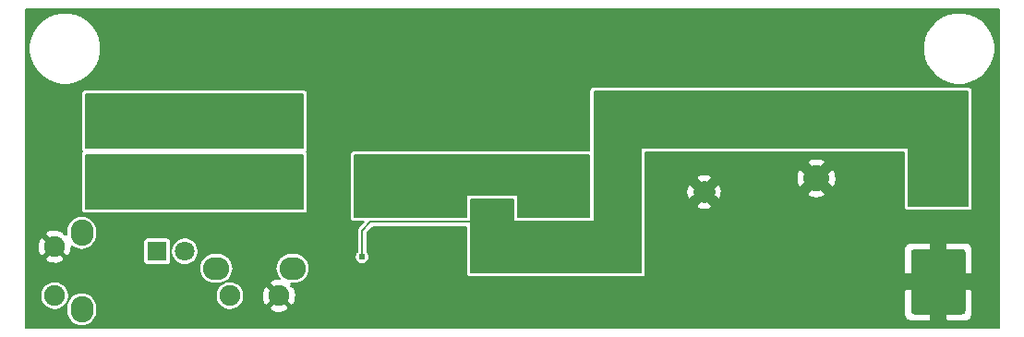
<source format=gbl>
%TF.GenerationSoftware,KiCad,Pcbnew,5.1.12-84ad8e8a86~92~ubuntu18.04.1*%
%TF.CreationDate,2023-04-20T21:37:03+02:00*%
%TF.ProjectId,transient-dc-protection,7472616e-7369-4656-9e74-2d64632d7072,rev?*%
%TF.SameCoordinates,Original*%
%TF.FileFunction,Copper,L2,Bot*%
%TF.FilePolarity,Positive*%
%FSLAX46Y46*%
G04 Gerber Fmt 4.6, Leading zero omitted, Abs format (unit mm)*
G04 Created by KiCad (PCBNEW 5.1.12-84ad8e8a86~92~ubuntu18.04.1) date 2023-04-20 21:37:03*
%MOMM*%
%LPD*%
G01*
G04 APERTURE LIST*
%TA.AperFunction,ComponentPad*%
%ADD10O,5.000000X6.000000*%
%TD*%
%TA.AperFunction,ComponentPad*%
%ADD11R,2.400000X2.400000*%
%TD*%
%TA.AperFunction,ComponentPad*%
%ADD12C,2.400000*%
%TD*%
%TA.AperFunction,ComponentPad*%
%ADD13R,1.800000X1.800000*%
%TD*%
%TA.AperFunction,ComponentPad*%
%ADD14C,1.800000*%
%TD*%
%TA.AperFunction,ComponentPad*%
%ADD15R,3.800000X2.800000*%
%TD*%
%TA.AperFunction,ComponentPad*%
%ADD16O,3.800000X2.800000*%
%TD*%
%TA.AperFunction,ComponentPad*%
%ADD17C,2.000000*%
%TD*%
%TA.AperFunction,ComponentPad*%
%ADD18O,2.400000X2.100000*%
%TD*%
%TA.AperFunction,ComponentPad*%
%ADD19C,1.900000*%
%TD*%
%TA.AperFunction,ComponentPad*%
%ADD20O,2.100000X2.400000*%
%TD*%
%TA.AperFunction,ViaPad*%
%ADD21C,0.812800*%
%TD*%
%TA.AperFunction,ViaPad*%
%ADD22C,1.016000*%
%TD*%
%TA.AperFunction,ViaPad*%
%ADD23C,0.609600*%
%TD*%
%TA.AperFunction,Conductor*%
%ADD24C,0.203200*%
%TD*%
%TA.AperFunction,Conductor*%
%ADD25C,0.100000*%
%TD*%
G04 APERTURE END LIST*
%TO.P,J2,1*%
%TO.N,GND*%
%TA.AperFunction,ComponentPad*%
G36*
G01*
X86264000Y-28400000D02*
X81884000Y-28400000D01*
G75*
G02*
X81574000Y-28090000I0J310000D01*
G01*
X81574000Y-22710000D01*
G75*
G02*
X81884000Y-22400000I310000J0D01*
G01*
X86264000Y-22400000D01*
G75*
G02*
X86574000Y-22710000I0J-310000D01*
G01*
X86574000Y-28090000D01*
G75*
G02*
X86264000Y-28400000I-310000J0D01*
G01*
G37*
%TD.AperFunction*%
D10*
%TO.P,J2,2*%
%TO.N,Net-(C2-Pad1)*%
X84074000Y-15240000D03*
%TD*%
D11*
%TO.P,C3,1*%
%TO.N,Net-(C2-Pad1)*%
X72898000Y-10922000D03*
D12*
%TO.P,C3,2*%
%TO.N,GND*%
X72898000Y-15922000D03*
%TD*%
D13*
%TO.P,D2,1*%
%TO.N,Net-(D2-Pad1)*%
X12446000Y-22606000D03*
D14*
%TO.P,D2,2*%
%TO.N,Net-(D2-Pad2)*%
X14986000Y-22606000D03*
%TD*%
D15*
%TO.P,J1,1*%
%TO.N,Net-(D1-Pad2)*%
X8382000Y-10922000D03*
D16*
%TO.P,J1,2*%
%TO.N,Net-(D1-Pad1)*%
X8382000Y-16002000D03*
%TD*%
D17*
%TO.P,RV1,1*%
%TO.N,Net-(C2-Pad1)*%
X64008000Y-9652000D03*
%TO.P,RV1,2*%
%TO.N,GND*%
X62608000Y-17152000D03*
%TD*%
D18*
%TO.P,SW1,*%
%TO.N,*%
X17862000Y-24180000D03*
D19*
%TO.P,SW1,2*%
%TO.N,Net-(D2-Pad1)*%
X19122000Y-26670000D03*
%TO.P,SW1,1*%
%TO.N,GND*%
X23622000Y-26670000D03*
D18*
%TO.P,SW1,*%
%TO.N,*%
X24872000Y-24180000D03*
%TD*%
D20*
%TO.P,SW2,*%
%TO.N,*%
X5538000Y-27920000D03*
D19*
%TO.P,SW2,1*%
%TO.N,Net-(R1-Pad2)*%
X3048000Y-26670000D03*
%TO.P,SW2,2*%
%TO.N,GND*%
X3048000Y-22170000D03*
D20*
%TO.P,SW2,*%
%TO.N,*%
X5538000Y-20910000D03*
%TD*%
D21*
%TO.N,GND*%
X33655000Y-20828000D03*
D22*
X29210000Y-8636000D03*
X30226000Y-9652000D03*
X31242000Y-8636000D03*
X32258000Y-9652000D03*
X33274000Y-8636000D03*
X33782000Y-10668000D03*
X34798000Y-11684000D03*
X33782000Y-12700000D03*
D21*
X40386000Y-22860000D03*
X40386000Y-24892000D03*
X57658000Y-23876000D03*
X57658000Y-22860000D03*
X49022000Y-25400000D03*
X40386000Y-23876000D03*
X57658000Y-24892000D03*
X40386000Y-21844000D03*
X48006000Y-25400000D03*
X50038000Y-25400000D03*
X32258000Y-25400000D03*
X31242000Y-25400000D03*
X33274000Y-25400000D03*
X57658000Y-21844000D03*
D22*
X28194000Y-9652000D03*
X34798000Y-9652000D03*
D21*
%TO.N,VCC*%
X33020000Y-14478000D03*
X34036000Y-14478000D03*
X35052000Y-14478000D03*
X48260000Y-14478000D03*
X51308000Y-14478000D03*
X50292000Y-14478000D03*
X49276000Y-14478000D03*
X47244000Y-14478000D03*
X46228000Y-14478000D03*
X45212000Y-14478000D03*
X44196000Y-14478000D03*
X43180000Y-14478000D03*
X42164000Y-14478000D03*
X41148000Y-14478000D03*
X40132000Y-14478000D03*
X39116000Y-14478000D03*
X38100000Y-14478000D03*
X37084000Y-14478000D03*
X36068000Y-14478000D03*
D23*
%TO.N,Net-(C2-Pad1)*%
X47752000Y-23114000D03*
X31242000Y-23114000D03*
D22*
X41656000Y-18415000D03*
X43688000Y-18415000D03*
X41656000Y-20447000D03*
X42672000Y-19431000D03*
X42672000Y-21463000D03*
X43688000Y-20447000D03*
X44704000Y-19431000D03*
X44704000Y-21463000D03*
D21*
X86106000Y-8636000D03*
X85090000Y-8636000D03*
X84074000Y-8636000D03*
X83058000Y-8636000D03*
X82042000Y-8636000D03*
X81026000Y-8636000D03*
X80010000Y-8636000D03*
X78994000Y-8636000D03*
X77978000Y-8636000D03*
X76962000Y-8636000D03*
X75946000Y-8636000D03*
X74930000Y-8636000D03*
X73914000Y-8636000D03*
X72898000Y-8636000D03*
X71882000Y-8636000D03*
X70866000Y-8636000D03*
X69850000Y-8636000D03*
X68834000Y-8636000D03*
X67818000Y-8636000D03*
X66802000Y-8636000D03*
X65786000Y-8636000D03*
X62230000Y-8636000D03*
X61214000Y-8636000D03*
X60198000Y-8636000D03*
X59182000Y-8636000D03*
X58166000Y-8636000D03*
X57150000Y-8636000D03*
X56134000Y-8636000D03*
X55118000Y-8636000D03*
X54102000Y-8636000D03*
X53086000Y-8636000D03*
X53086000Y-9652000D03*
X53086000Y-10668000D03*
X53086000Y-11684000D03*
X53086000Y-12700000D03*
X53086000Y-13716000D03*
X53086000Y-14732000D03*
X53086000Y-15748000D03*
X53086000Y-16764000D03*
%TO.N,Net-(D1-Pad1)*%
X24892000Y-18034000D03*
X23876000Y-18034000D03*
X22860000Y-18034000D03*
X21844000Y-18034000D03*
X20828000Y-18034000D03*
X19812000Y-18034000D03*
X18796000Y-18034000D03*
X17780000Y-18034000D03*
X16764000Y-18034000D03*
X15748000Y-18034000D03*
X14732000Y-18034000D03*
X13716000Y-18034000D03*
X12700000Y-18034000D03*
X11684000Y-18034000D03*
X10668000Y-18034000D03*
%TO.N,Net-(D1-Pad2)*%
X24892000Y-8890000D03*
X23876000Y-8890000D03*
X10668000Y-8890000D03*
X11684000Y-8890000D03*
X12700000Y-8890000D03*
X13716000Y-8890000D03*
X14732000Y-8890000D03*
X15748000Y-8890000D03*
X16764000Y-8890000D03*
X17780000Y-8890000D03*
X18796000Y-8890000D03*
X19812000Y-8890000D03*
X20828000Y-8890000D03*
X21844000Y-8890000D03*
X22860000Y-8890000D03*
%TD*%
D24*
%TO.N,Net-(C2-Pad1)*%
X41554400Y-19913600D02*
X41910000Y-19558000D01*
X32029400Y-19913600D02*
X41554400Y-19913600D01*
X31242000Y-23114000D02*
X31242000Y-20701000D01*
X31242000Y-20701000D02*
X32029400Y-19913600D01*
%TD*%
%TO.N,GND*%
X89619401Y-29619400D02*
X380600Y-29619400D01*
X380600Y-26541410D01*
X1742400Y-26541410D01*
X1742400Y-26798590D01*
X1792574Y-27050829D01*
X1890993Y-27288433D01*
X2033874Y-27502271D01*
X2215729Y-27684126D01*
X2429567Y-27827007D01*
X2667171Y-27925426D01*
X2919410Y-27975600D01*
X3176590Y-27975600D01*
X3428829Y-27925426D01*
X3666433Y-27827007D01*
X3855091Y-27700950D01*
X4132400Y-27700950D01*
X4132400Y-28139051D01*
X4152738Y-28345546D01*
X4233112Y-28610502D01*
X4363631Y-28854688D01*
X4539283Y-29068718D01*
X4753313Y-29244369D01*
X4997499Y-29374888D01*
X5262455Y-29455262D01*
X5538000Y-29482401D01*
X5813546Y-29455262D01*
X6078502Y-29374888D01*
X6322688Y-29244369D01*
X6536718Y-29068718D01*
X6712369Y-28854688D01*
X6842888Y-28610501D01*
X6906743Y-28400000D01*
X80961450Y-28400000D01*
X80973220Y-28519503D01*
X81008078Y-28634413D01*
X81064683Y-28740315D01*
X81140862Y-28833138D01*
X81233685Y-28909317D01*
X81339587Y-28965922D01*
X81454497Y-29000780D01*
X81574000Y-29012550D01*
X83261200Y-29009600D01*
X83413600Y-28857200D01*
X83413600Y-26060400D01*
X84734400Y-26060400D01*
X84734400Y-28857200D01*
X84886800Y-29009600D01*
X86574000Y-29012550D01*
X86693503Y-29000780D01*
X86808413Y-28965922D01*
X86914315Y-28909317D01*
X87007138Y-28833138D01*
X87083317Y-28740315D01*
X87139922Y-28634413D01*
X87174780Y-28519503D01*
X87186550Y-28400000D01*
X87183600Y-26212800D01*
X87031200Y-26060400D01*
X84734400Y-26060400D01*
X83413600Y-26060400D01*
X81116800Y-26060400D01*
X80964400Y-26212800D01*
X80961450Y-28400000D01*
X6906743Y-28400000D01*
X6923262Y-28345545D01*
X6943600Y-28139050D01*
X6943600Y-27700949D01*
X6923262Y-27494454D01*
X6842888Y-27229498D01*
X6712369Y-26985312D01*
X6536717Y-26771282D01*
X6322687Y-26595631D01*
X6221246Y-26541410D01*
X17816400Y-26541410D01*
X17816400Y-26798590D01*
X17866574Y-27050829D01*
X17964993Y-27288433D01*
X18107874Y-27502271D01*
X18289729Y-27684126D01*
X18503567Y-27827007D01*
X18741171Y-27925426D01*
X18993410Y-27975600D01*
X19250590Y-27975600D01*
X19502829Y-27925426D01*
X19740433Y-27827007D01*
X19822279Y-27772319D01*
X22735207Y-27772319D01*
X22828514Y-28021417D01*
X23107409Y-28150251D01*
X23406079Y-28222200D01*
X23713047Y-28234499D01*
X24016517Y-28186675D01*
X24304825Y-28080566D01*
X24415486Y-28021417D01*
X24508793Y-27772319D01*
X23622000Y-26885526D01*
X22735207Y-27772319D01*
X19822279Y-27772319D01*
X19954271Y-27684126D01*
X20136126Y-27502271D01*
X20279007Y-27288433D01*
X20377426Y-27050829D01*
X20427600Y-26798590D01*
X20427600Y-26761047D01*
X22057501Y-26761047D01*
X22105325Y-27064517D01*
X22211434Y-27352825D01*
X22270583Y-27463486D01*
X22519681Y-27556793D01*
X23406474Y-26670000D01*
X22519681Y-25783207D01*
X22270583Y-25876514D01*
X22141749Y-26155409D01*
X22069800Y-26454079D01*
X22057501Y-26761047D01*
X20427600Y-26761047D01*
X20427600Y-26541410D01*
X20377426Y-26289171D01*
X20279007Y-26051567D01*
X20136126Y-25837729D01*
X19954271Y-25655874D01*
X19822280Y-25567681D01*
X22735207Y-25567681D01*
X23622000Y-26454474D01*
X23636143Y-26440332D01*
X23851669Y-26655858D01*
X23837526Y-26670000D01*
X24724319Y-27556793D01*
X24973417Y-27463486D01*
X25102251Y-27184591D01*
X25174200Y-26885921D01*
X25186499Y-26578953D01*
X25138675Y-26275483D01*
X25032566Y-25987175D01*
X24973417Y-25876514D01*
X24724321Y-25783208D01*
X24837557Y-25669972D01*
X24753185Y-25585600D01*
X25091051Y-25585600D01*
X25297546Y-25565262D01*
X25562502Y-25484888D01*
X25806688Y-25354369D01*
X26020718Y-25178718D01*
X26196369Y-24964688D01*
X26326888Y-24720502D01*
X26407262Y-24455546D01*
X26434401Y-24180000D01*
X26407262Y-23904454D01*
X26326888Y-23639498D01*
X26196369Y-23395312D01*
X26020718Y-23181282D01*
X25806688Y-23005631D01*
X25562502Y-22875112D01*
X25297546Y-22794738D01*
X25091051Y-22774400D01*
X24652949Y-22774400D01*
X24446454Y-22794738D01*
X24181498Y-22875112D01*
X23937312Y-23005631D01*
X23723282Y-23181282D01*
X23547631Y-23395312D01*
X23417112Y-23639498D01*
X23336738Y-23904454D01*
X23309599Y-24180000D01*
X23336738Y-24455546D01*
X23417112Y-24720502D01*
X23547631Y-24964688D01*
X23667690Y-25110980D01*
X23530953Y-25105501D01*
X23227483Y-25153325D01*
X22939175Y-25259434D01*
X22828514Y-25318583D01*
X22735207Y-25567681D01*
X19822280Y-25567681D01*
X19740433Y-25512993D01*
X19502829Y-25414574D01*
X19250590Y-25364400D01*
X18993410Y-25364400D01*
X18741171Y-25414574D01*
X18503567Y-25512993D01*
X18289729Y-25655874D01*
X18107874Y-25837729D01*
X17964993Y-26051567D01*
X17866574Y-26289171D01*
X17816400Y-26541410D01*
X6221246Y-26541410D01*
X6078501Y-26465112D01*
X5813545Y-26384738D01*
X5538000Y-26357599D01*
X5262454Y-26384738D01*
X4997498Y-26465112D01*
X4753312Y-26595631D01*
X4539282Y-26771283D01*
X4363631Y-26985313D01*
X4233112Y-27229499D01*
X4152738Y-27494455D01*
X4132400Y-27700950D01*
X3855091Y-27700950D01*
X3880271Y-27684126D01*
X4062126Y-27502271D01*
X4205007Y-27288433D01*
X4303426Y-27050829D01*
X4353600Y-26798590D01*
X4353600Y-26541410D01*
X4303426Y-26289171D01*
X4205007Y-26051567D01*
X4062126Y-25837729D01*
X3880271Y-25655874D01*
X3666433Y-25512993D01*
X3428829Y-25414574D01*
X3176590Y-25364400D01*
X2919410Y-25364400D01*
X2667171Y-25414574D01*
X2429567Y-25512993D01*
X2215729Y-25655874D01*
X2033874Y-25837729D01*
X1890993Y-26051567D01*
X1792574Y-26289171D01*
X1742400Y-26541410D01*
X380600Y-26541410D01*
X380600Y-24180000D01*
X16299599Y-24180000D01*
X16326738Y-24455546D01*
X16407112Y-24720502D01*
X16537631Y-24964688D01*
X16713282Y-25178718D01*
X16927312Y-25354369D01*
X17171498Y-25484888D01*
X17436454Y-25565262D01*
X17642949Y-25585600D01*
X18081051Y-25585600D01*
X18287546Y-25565262D01*
X18552502Y-25484888D01*
X18796688Y-25354369D01*
X19010718Y-25178718D01*
X19186369Y-24964688D01*
X19316888Y-24720502D01*
X19397262Y-24455546D01*
X19424401Y-24180000D01*
X19397262Y-23904454D01*
X19316888Y-23639498D01*
X19186369Y-23395312D01*
X19010718Y-23181282D01*
X18796688Y-23005631D01*
X18552502Y-22875112D01*
X18287546Y-22794738D01*
X18081051Y-22774400D01*
X17642949Y-22774400D01*
X17436454Y-22794738D01*
X17171498Y-22875112D01*
X16927312Y-23005631D01*
X16713282Y-23181282D01*
X16537631Y-23395312D01*
X16407112Y-23639498D01*
X16326738Y-23904454D01*
X16299599Y-24180000D01*
X380600Y-24180000D01*
X380600Y-23272319D01*
X2161207Y-23272319D01*
X2254514Y-23521417D01*
X2533409Y-23650251D01*
X2832079Y-23722200D01*
X3139047Y-23734499D01*
X3442517Y-23686675D01*
X3730825Y-23580566D01*
X3841486Y-23521417D01*
X3934793Y-23272319D01*
X3048000Y-22385526D01*
X2161207Y-23272319D01*
X380600Y-23272319D01*
X380600Y-22261047D01*
X1483501Y-22261047D01*
X1531325Y-22564517D01*
X1637434Y-22852825D01*
X1696583Y-22963486D01*
X1945681Y-23056793D01*
X2832474Y-22170000D01*
X1945681Y-21283207D01*
X1696583Y-21376514D01*
X1567749Y-21655409D01*
X1495800Y-21954079D01*
X1483501Y-22261047D01*
X380600Y-22261047D01*
X380600Y-21067681D01*
X2161207Y-21067681D01*
X3048000Y-21954474D01*
X3062143Y-21940332D01*
X3277669Y-22155858D01*
X3263526Y-22170000D01*
X4150319Y-23056793D01*
X4399417Y-22963486D01*
X4528251Y-22684591D01*
X4600200Y-22385921D01*
X4610953Y-22117537D01*
X4753313Y-22234369D01*
X4997499Y-22364888D01*
X5262455Y-22445262D01*
X5538000Y-22472401D01*
X5813546Y-22445262D01*
X6078502Y-22364888D01*
X6322688Y-22234369D01*
X6536718Y-22058718D01*
X6712369Y-21844688D01*
X6786498Y-21706000D01*
X11188680Y-21706000D01*
X11188680Y-23506000D01*
X11195546Y-23575710D01*
X11215879Y-23642740D01*
X11248899Y-23704516D01*
X11293337Y-23758663D01*
X11347484Y-23803101D01*
X11409260Y-23836121D01*
X11476290Y-23856454D01*
X11546000Y-23863320D01*
X13346000Y-23863320D01*
X13415710Y-23856454D01*
X13482740Y-23836121D01*
X13544516Y-23803101D01*
X13598663Y-23758663D01*
X13643101Y-23704516D01*
X13676121Y-23642740D01*
X13696454Y-23575710D01*
X13703320Y-23506000D01*
X13703320Y-22482334D01*
X13730400Y-22482334D01*
X13730400Y-22729666D01*
X13778652Y-22972245D01*
X13873302Y-23200749D01*
X14010712Y-23406398D01*
X14185602Y-23581288D01*
X14391251Y-23718698D01*
X14619755Y-23813348D01*
X14862334Y-23861600D01*
X15109666Y-23861600D01*
X15352245Y-23813348D01*
X15580749Y-23718698D01*
X15786398Y-23581288D01*
X15961288Y-23406398D01*
X16098698Y-23200749D01*
X16193348Y-22972245D01*
X16241600Y-22729666D01*
X16241600Y-22482334D01*
X16193348Y-22239755D01*
X16098698Y-22011251D01*
X15961288Y-21805602D01*
X15786398Y-21630712D01*
X15580749Y-21493302D01*
X15352245Y-21398652D01*
X15109666Y-21350400D01*
X14862334Y-21350400D01*
X14619755Y-21398652D01*
X14391251Y-21493302D01*
X14185602Y-21630712D01*
X14010712Y-21805602D01*
X13873302Y-22011251D01*
X13778652Y-22239755D01*
X13730400Y-22482334D01*
X13703320Y-22482334D01*
X13703320Y-21706000D01*
X13696454Y-21636290D01*
X13676121Y-21569260D01*
X13643101Y-21507484D01*
X13598663Y-21453337D01*
X13544516Y-21408899D01*
X13482740Y-21375879D01*
X13415710Y-21355546D01*
X13346000Y-21348680D01*
X11546000Y-21348680D01*
X11476290Y-21355546D01*
X11409260Y-21375879D01*
X11347484Y-21408899D01*
X11293337Y-21453337D01*
X11248899Y-21507484D01*
X11215879Y-21569260D01*
X11195546Y-21636290D01*
X11188680Y-21706000D01*
X6786498Y-21706000D01*
X6842888Y-21600501D01*
X6923262Y-21335545D01*
X6943600Y-21129050D01*
X6943600Y-20690949D01*
X6923262Y-20484454D01*
X6842888Y-20219498D01*
X6712369Y-19975312D01*
X6536717Y-19761282D01*
X6322687Y-19585631D01*
X6078501Y-19455112D01*
X5813545Y-19374738D01*
X5538000Y-19347599D01*
X5262454Y-19374738D01*
X4997498Y-19455112D01*
X4753312Y-19585631D01*
X4539282Y-19761283D01*
X4363631Y-19975313D01*
X4233112Y-20219499D01*
X4152738Y-20484455D01*
X4132400Y-20690950D01*
X4132400Y-21038815D01*
X4048028Y-20954443D01*
X3934792Y-21067679D01*
X3841486Y-20818583D01*
X3562591Y-20689749D01*
X3263921Y-20617800D01*
X2956953Y-20605501D01*
X2653483Y-20653325D01*
X2365175Y-20759434D01*
X2254514Y-20818583D01*
X2161207Y-21067681D01*
X380600Y-21067681D01*
X380600Y-13716000D01*
X5465401Y-13716000D01*
X5465401Y-18796000D01*
X5472234Y-18865374D01*
X5492469Y-18932082D01*
X5525330Y-18993561D01*
X5569554Y-19047447D01*
X5623440Y-19091671D01*
X5684919Y-19124532D01*
X5751627Y-19144767D01*
X5821001Y-19151600D01*
X25908000Y-19151600D01*
X25977374Y-19144767D01*
X26044082Y-19124532D01*
X26105561Y-19091671D01*
X26159447Y-19047447D01*
X26203671Y-18993561D01*
X26236532Y-18932082D01*
X26256767Y-18865374D01*
X26263600Y-18796000D01*
X26263600Y-13716000D01*
X30124400Y-13716000D01*
X30124400Y-19558000D01*
X30131233Y-19627374D01*
X30151468Y-19694082D01*
X30184329Y-19755561D01*
X30228553Y-19809447D01*
X30282439Y-19853671D01*
X30343918Y-19886532D01*
X30410626Y-19906767D01*
X30480000Y-19913600D01*
X31382822Y-19913600D01*
X30934592Y-20361831D01*
X30917148Y-20376147D01*
X30902831Y-20393592D01*
X30902830Y-20393593D01*
X30860013Y-20445765D01*
X30817560Y-20525191D01*
X30793198Y-20605501D01*
X30791416Y-20611374D01*
X30782589Y-20701000D01*
X30784801Y-20723460D01*
X30784800Y-22637254D01*
X30729034Y-22693020D01*
X30656761Y-22801183D01*
X30606979Y-22921369D01*
X30581600Y-23048956D01*
X30581600Y-23179044D01*
X30606979Y-23306631D01*
X30656761Y-23426817D01*
X30729034Y-23534980D01*
X30821020Y-23626966D01*
X30929183Y-23699239D01*
X31049369Y-23749021D01*
X31176956Y-23774400D01*
X31307044Y-23774400D01*
X31434631Y-23749021D01*
X31554817Y-23699239D01*
X31662980Y-23626966D01*
X31754966Y-23534980D01*
X31827239Y-23426817D01*
X31877021Y-23306631D01*
X31902400Y-23179044D01*
X31902400Y-23048956D01*
X31877021Y-22921369D01*
X31827239Y-22801183D01*
X31754966Y-22693020D01*
X31699200Y-22637254D01*
X31699200Y-20890377D01*
X32218779Y-20370800D01*
X40792400Y-20370800D01*
X40792400Y-24638000D01*
X40799233Y-24707374D01*
X40819468Y-24774082D01*
X40852329Y-24835561D01*
X40896553Y-24889447D01*
X40950439Y-24933671D01*
X41011918Y-24966532D01*
X41078626Y-24986767D01*
X41148000Y-24993600D01*
X56896000Y-24993600D01*
X56965374Y-24986767D01*
X57032082Y-24966532D01*
X57093561Y-24933671D01*
X57147447Y-24889447D01*
X57191671Y-24835561D01*
X57224532Y-24774082D01*
X57244767Y-24707374D01*
X57251600Y-24638000D01*
X57251600Y-22400000D01*
X80961450Y-22400000D01*
X80964400Y-24587200D01*
X81116800Y-24739600D01*
X83413600Y-24739600D01*
X83413600Y-21942800D01*
X84734400Y-21942800D01*
X84734400Y-24739600D01*
X87031200Y-24739600D01*
X87183600Y-24587200D01*
X87186550Y-22400000D01*
X87174780Y-22280497D01*
X87139922Y-22165587D01*
X87083317Y-22059685D01*
X87007138Y-21966862D01*
X86914315Y-21890683D01*
X86808413Y-21834078D01*
X86693503Y-21799220D01*
X86574000Y-21787450D01*
X84886800Y-21790400D01*
X84734400Y-21942800D01*
X83413600Y-21942800D01*
X83261200Y-21790400D01*
X81574000Y-21787450D01*
X81454497Y-21799220D01*
X81339587Y-21834078D01*
X81233685Y-21890683D01*
X81140862Y-21966862D01*
X81064683Y-22059685D01*
X81008078Y-22165587D01*
X80973220Y-22280497D01*
X80961450Y-22400000D01*
X57251600Y-22400000D01*
X57251600Y-18434614D01*
X61900122Y-18434614D01*
X62016608Y-18657390D01*
X62321658Y-18743839D01*
X62637713Y-18769115D01*
X62952625Y-18732246D01*
X63199392Y-18657390D01*
X63315878Y-18434614D01*
X62608000Y-17726736D01*
X61900122Y-18434614D01*
X57251600Y-18434614D01*
X57251600Y-17181713D01*
X60990885Y-17181713D01*
X61027754Y-17496625D01*
X61102610Y-17743392D01*
X61325386Y-17859878D01*
X62033264Y-17152000D01*
X63182736Y-17152000D01*
X63890614Y-17859878D01*
X64113390Y-17743392D01*
X64199839Y-17438342D01*
X64206761Y-17351788D01*
X72042948Y-17351788D01*
X72185019Y-17594745D01*
X72525055Y-17701699D01*
X72879423Y-17740260D01*
X73234505Y-17708947D01*
X73576655Y-17608962D01*
X73610981Y-17594745D01*
X73753052Y-17351788D01*
X72898000Y-16496736D01*
X72042948Y-17351788D01*
X64206761Y-17351788D01*
X64225115Y-17122287D01*
X64188246Y-16807375D01*
X64113390Y-16560608D01*
X63890614Y-16444122D01*
X63182736Y-17152000D01*
X62033264Y-17152000D01*
X61325386Y-16444122D01*
X61102610Y-16560608D01*
X61016161Y-16865658D01*
X60990885Y-17181713D01*
X57251600Y-17181713D01*
X57251600Y-15869386D01*
X61900122Y-15869386D01*
X62608000Y-16577264D01*
X63281841Y-15903423D01*
X71079740Y-15903423D01*
X71111053Y-16258505D01*
X71211038Y-16600655D01*
X71225255Y-16634981D01*
X71468212Y-16777052D01*
X72323264Y-15922000D01*
X73472736Y-15922000D01*
X74327788Y-16777052D01*
X74570745Y-16634981D01*
X74677699Y-16294945D01*
X74716260Y-15940577D01*
X74684947Y-15585495D01*
X74584962Y-15243345D01*
X74570745Y-15209019D01*
X74327788Y-15066948D01*
X73472736Y-15922000D01*
X72323264Y-15922000D01*
X71468212Y-15066948D01*
X71225255Y-15209019D01*
X71118301Y-15549055D01*
X71079740Y-15903423D01*
X63281841Y-15903423D01*
X63315878Y-15869386D01*
X63199392Y-15646610D01*
X62894342Y-15560161D01*
X62578287Y-15534885D01*
X62263375Y-15571754D01*
X62016608Y-15646610D01*
X61900122Y-15869386D01*
X57251600Y-15869386D01*
X57251600Y-14492212D01*
X72042948Y-14492212D01*
X72898000Y-15347264D01*
X73753052Y-14492212D01*
X73610981Y-14249255D01*
X73270945Y-14142301D01*
X72916577Y-14103740D01*
X72561495Y-14135053D01*
X72219345Y-14235038D01*
X72185019Y-14249255D01*
X72042948Y-14492212D01*
X57251600Y-14492212D01*
X57251600Y-13563600D01*
X80924400Y-13563600D01*
X80924400Y-18542000D01*
X80931233Y-18611374D01*
X80951468Y-18678082D01*
X80984329Y-18739561D01*
X81028553Y-18793447D01*
X81082439Y-18837671D01*
X81143918Y-18870532D01*
X81210626Y-18890767D01*
X81280000Y-18897600D01*
X86868000Y-18897600D01*
X86937374Y-18890767D01*
X87004082Y-18870532D01*
X87065561Y-18837671D01*
X87119447Y-18793447D01*
X87163671Y-18739561D01*
X87196532Y-18678082D01*
X87216767Y-18611374D01*
X87223600Y-18542000D01*
X87223600Y-7874000D01*
X87216767Y-7804626D01*
X87196532Y-7737918D01*
X87163671Y-7676439D01*
X87119447Y-7622553D01*
X87065561Y-7578329D01*
X87004082Y-7545468D01*
X86937374Y-7525233D01*
X86868000Y-7518400D01*
X52451000Y-7518400D01*
X52381626Y-7525233D01*
X52314918Y-7545468D01*
X52253439Y-7578329D01*
X52199553Y-7622553D01*
X52155329Y-7676439D01*
X52122468Y-7737918D01*
X52102233Y-7804626D01*
X52095400Y-7874000D01*
X52095400Y-13360400D01*
X30480000Y-13360400D01*
X30410626Y-13367233D01*
X30343918Y-13387468D01*
X30282439Y-13420329D01*
X30228553Y-13464553D01*
X30184329Y-13518439D01*
X30151468Y-13579918D01*
X30131233Y-13646626D01*
X30124400Y-13716000D01*
X26263600Y-13716000D01*
X26256767Y-13646626D01*
X26236532Y-13579918D01*
X26203671Y-13518439D01*
X26159447Y-13464553D01*
X26156336Y-13462000D01*
X26159447Y-13459447D01*
X26203671Y-13405561D01*
X26236532Y-13344082D01*
X26256767Y-13277374D01*
X26263600Y-13208000D01*
X26263600Y-8128000D01*
X26256767Y-8058626D01*
X26236532Y-7991918D01*
X26203671Y-7930439D01*
X26159447Y-7876553D01*
X26105561Y-7832329D01*
X26044082Y-7799468D01*
X25977374Y-7779233D01*
X25908000Y-7772400D01*
X5842000Y-7772400D01*
X5772626Y-7779233D01*
X5705918Y-7799468D01*
X5644439Y-7832329D01*
X5590553Y-7876553D01*
X5546329Y-7930439D01*
X5513468Y-7991918D01*
X5493233Y-8058626D01*
X5486400Y-8128000D01*
X5486400Y-13208000D01*
X5493233Y-13277374D01*
X5513468Y-13344082D01*
X5546329Y-13405561D01*
X5584606Y-13452200D01*
X5569554Y-13464553D01*
X5525330Y-13518439D01*
X5492469Y-13579918D01*
X5472234Y-13646626D01*
X5465401Y-13716000D01*
X380600Y-13716000D01*
X380600Y-3674821D01*
X698400Y-3674821D01*
X698400Y-4325179D01*
X825279Y-4963041D01*
X1074160Y-5563894D01*
X1435480Y-6104647D01*
X1895353Y-6564520D01*
X2436106Y-6925840D01*
X3036959Y-7174721D01*
X3674821Y-7301600D01*
X4325179Y-7301600D01*
X4963041Y-7174721D01*
X5563894Y-6925840D01*
X6104647Y-6564520D01*
X6564520Y-6104647D01*
X6925840Y-5563894D01*
X7174721Y-4963041D01*
X7301600Y-4325179D01*
X7301600Y-3674821D01*
X82698400Y-3674821D01*
X82698400Y-4325179D01*
X82825279Y-4963041D01*
X83074160Y-5563894D01*
X83435480Y-6104647D01*
X83895353Y-6564520D01*
X84436106Y-6925840D01*
X85036959Y-7174721D01*
X85674821Y-7301600D01*
X86325179Y-7301600D01*
X86963041Y-7174721D01*
X87563894Y-6925840D01*
X88104647Y-6564520D01*
X88564520Y-6104647D01*
X88925840Y-5563894D01*
X89174721Y-4963041D01*
X89301600Y-4325179D01*
X89301600Y-3674821D01*
X89174721Y-3036959D01*
X88925840Y-2436106D01*
X88564520Y-1895353D01*
X88104647Y-1435480D01*
X87563894Y-1074160D01*
X86963041Y-825279D01*
X86325179Y-698400D01*
X85674821Y-698400D01*
X85036959Y-825279D01*
X84436106Y-1074160D01*
X83895353Y-1435480D01*
X83435480Y-1895353D01*
X83074160Y-2436106D01*
X82825279Y-3036959D01*
X82698400Y-3674821D01*
X7301600Y-3674821D01*
X7174721Y-3036959D01*
X6925840Y-2436106D01*
X6564520Y-1895353D01*
X6104647Y-1435480D01*
X5563894Y-1074160D01*
X4963041Y-825279D01*
X4325179Y-698400D01*
X3674821Y-698400D01*
X3036959Y-825279D01*
X2436106Y-1074160D01*
X1895353Y-1435480D01*
X1435480Y-1895353D01*
X1074160Y-2436106D01*
X825279Y-3036959D01*
X698400Y-3674821D01*
X380600Y-3674821D01*
X380600Y-380600D01*
X89619400Y-380600D01*
X89619401Y-29619400D01*
%TA.AperFunction,Conductor*%
D25*
G36*
X89619401Y-29619400D02*
G01*
X380600Y-29619400D01*
X380600Y-26541410D01*
X1742400Y-26541410D01*
X1742400Y-26798590D01*
X1792574Y-27050829D01*
X1890993Y-27288433D01*
X2033874Y-27502271D01*
X2215729Y-27684126D01*
X2429567Y-27827007D01*
X2667171Y-27925426D01*
X2919410Y-27975600D01*
X3176590Y-27975600D01*
X3428829Y-27925426D01*
X3666433Y-27827007D01*
X3855091Y-27700950D01*
X4132400Y-27700950D01*
X4132400Y-28139051D01*
X4152738Y-28345546D01*
X4233112Y-28610502D01*
X4363631Y-28854688D01*
X4539283Y-29068718D01*
X4753313Y-29244369D01*
X4997499Y-29374888D01*
X5262455Y-29455262D01*
X5538000Y-29482401D01*
X5813546Y-29455262D01*
X6078502Y-29374888D01*
X6322688Y-29244369D01*
X6536718Y-29068718D01*
X6712369Y-28854688D01*
X6842888Y-28610501D01*
X6906743Y-28400000D01*
X80961450Y-28400000D01*
X80973220Y-28519503D01*
X81008078Y-28634413D01*
X81064683Y-28740315D01*
X81140862Y-28833138D01*
X81233685Y-28909317D01*
X81339587Y-28965922D01*
X81454497Y-29000780D01*
X81574000Y-29012550D01*
X83261200Y-29009600D01*
X83413600Y-28857200D01*
X83413600Y-26060400D01*
X84734400Y-26060400D01*
X84734400Y-28857200D01*
X84886800Y-29009600D01*
X86574000Y-29012550D01*
X86693503Y-29000780D01*
X86808413Y-28965922D01*
X86914315Y-28909317D01*
X87007138Y-28833138D01*
X87083317Y-28740315D01*
X87139922Y-28634413D01*
X87174780Y-28519503D01*
X87186550Y-28400000D01*
X87183600Y-26212800D01*
X87031200Y-26060400D01*
X84734400Y-26060400D01*
X83413600Y-26060400D01*
X81116800Y-26060400D01*
X80964400Y-26212800D01*
X80961450Y-28400000D01*
X6906743Y-28400000D01*
X6923262Y-28345545D01*
X6943600Y-28139050D01*
X6943600Y-27700949D01*
X6923262Y-27494454D01*
X6842888Y-27229498D01*
X6712369Y-26985312D01*
X6536717Y-26771282D01*
X6322687Y-26595631D01*
X6221246Y-26541410D01*
X17816400Y-26541410D01*
X17816400Y-26798590D01*
X17866574Y-27050829D01*
X17964993Y-27288433D01*
X18107874Y-27502271D01*
X18289729Y-27684126D01*
X18503567Y-27827007D01*
X18741171Y-27925426D01*
X18993410Y-27975600D01*
X19250590Y-27975600D01*
X19502829Y-27925426D01*
X19740433Y-27827007D01*
X19822279Y-27772319D01*
X22735207Y-27772319D01*
X22828514Y-28021417D01*
X23107409Y-28150251D01*
X23406079Y-28222200D01*
X23713047Y-28234499D01*
X24016517Y-28186675D01*
X24304825Y-28080566D01*
X24415486Y-28021417D01*
X24508793Y-27772319D01*
X23622000Y-26885526D01*
X22735207Y-27772319D01*
X19822279Y-27772319D01*
X19954271Y-27684126D01*
X20136126Y-27502271D01*
X20279007Y-27288433D01*
X20377426Y-27050829D01*
X20427600Y-26798590D01*
X20427600Y-26761047D01*
X22057501Y-26761047D01*
X22105325Y-27064517D01*
X22211434Y-27352825D01*
X22270583Y-27463486D01*
X22519681Y-27556793D01*
X23406474Y-26670000D01*
X22519681Y-25783207D01*
X22270583Y-25876514D01*
X22141749Y-26155409D01*
X22069800Y-26454079D01*
X22057501Y-26761047D01*
X20427600Y-26761047D01*
X20427600Y-26541410D01*
X20377426Y-26289171D01*
X20279007Y-26051567D01*
X20136126Y-25837729D01*
X19954271Y-25655874D01*
X19822280Y-25567681D01*
X22735207Y-25567681D01*
X23622000Y-26454474D01*
X23636143Y-26440332D01*
X23851669Y-26655858D01*
X23837526Y-26670000D01*
X24724319Y-27556793D01*
X24973417Y-27463486D01*
X25102251Y-27184591D01*
X25174200Y-26885921D01*
X25186499Y-26578953D01*
X25138675Y-26275483D01*
X25032566Y-25987175D01*
X24973417Y-25876514D01*
X24724321Y-25783208D01*
X24837557Y-25669972D01*
X24753185Y-25585600D01*
X25091051Y-25585600D01*
X25297546Y-25565262D01*
X25562502Y-25484888D01*
X25806688Y-25354369D01*
X26020718Y-25178718D01*
X26196369Y-24964688D01*
X26326888Y-24720502D01*
X26407262Y-24455546D01*
X26434401Y-24180000D01*
X26407262Y-23904454D01*
X26326888Y-23639498D01*
X26196369Y-23395312D01*
X26020718Y-23181282D01*
X25806688Y-23005631D01*
X25562502Y-22875112D01*
X25297546Y-22794738D01*
X25091051Y-22774400D01*
X24652949Y-22774400D01*
X24446454Y-22794738D01*
X24181498Y-22875112D01*
X23937312Y-23005631D01*
X23723282Y-23181282D01*
X23547631Y-23395312D01*
X23417112Y-23639498D01*
X23336738Y-23904454D01*
X23309599Y-24180000D01*
X23336738Y-24455546D01*
X23417112Y-24720502D01*
X23547631Y-24964688D01*
X23667690Y-25110980D01*
X23530953Y-25105501D01*
X23227483Y-25153325D01*
X22939175Y-25259434D01*
X22828514Y-25318583D01*
X22735207Y-25567681D01*
X19822280Y-25567681D01*
X19740433Y-25512993D01*
X19502829Y-25414574D01*
X19250590Y-25364400D01*
X18993410Y-25364400D01*
X18741171Y-25414574D01*
X18503567Y-25512993D01*
X18289729Y-25655874D01*
X18107874Y-25837729D01*
X17964993Y-26051567D01*
X17866574Y-26289171D01*
X17816400Y-26541410D01*
X6221246Y-26541410D01*
X6078501Y-26465112D01*
X5813545Y-26384738D01*
X5538000Y-26357599D01*
X5262454Y-26384738D01*
X4997498Y-26465112D01*
X4753312Y-26595631D01*
X4539282Y-26771283D01*
X4363631Y-26985313D01*
X4233112Y-27229499D01*
X4152738Y-27494455D01*
X4132400Y-27700950D01*
X3855091Y-27700950D01*
X3880271Y-27684126D01*
X4062126Y-27502271D01*
X4205007Y-27288433D01*
X4303426Y-27050829D01*
X4353600Y-26798590D01*
X4353600Y-26541410D01*
X4303426Y-26289171D01*
X4205007Y-26051567D01*
X4062126Y-25837729D01*
X3880271Y-25655874D01*
X3666433Y-25512993D01*
X3428829Y-25414574D01*
X3176590Y-25364400D01*
X2919410Y-25364400D01*
X2667171Y-25414574D01*
X2429567Y-25512993D01*
X2215729Y-25655874D01*
X2033874Y-25837729D01*
X1890993Y-26051567D01*
X1792574Y-26289171D01*
X1742400Y-26541410D01*
X380600Y-26541410D01*
X380600Y-24180000D01*
X16299599Y-24180000D01*
X16326738Y-24455546D01*
X16407112Y-24720502D01*
X16537631Y-24964688D01*
X16713282Y-25178718D01*
X16927312Y-25354369D01*
X17171498Y-25484888D01*
X17436454Y-25565262D01*
X17642949Y-25585600D01*
X18081051Y-25585600D01*
X18287546Y-25565262D01*
X18552502Y-25484888D01*
X18796688Y-25354369D01*
X19010718Y-25178718D01*
X19186369Y-24964688D01*
X19316888Y-24720502D01*
X19397262Y-24455546D01*
X19424401Y-24180000D01*
X19397262Y-23904454D01*
X19316888Y-23639498D01*
X19186369Y-23395312D01*
X19010718Y-23181282D01*
X18796688Y-23005631D01*
X18552502Y-22875112D01*
X18287546Y-22794738D01*
X18081051Y-22774400D01*
X17642949Y-22774400D01*
X17436454Y-22794738D01*
X17171498Y-22875112D01*
X16927312Y-23005631D01*
X16713282Y-23181282D01*
X16537631Y-23395312D01*
X16407112Y-23639498D01*
X16326738Y-23904454D01*
X16299599Y-24180000D01*
X380600Y-24180000D01*
X380600Y-23272319D01*
X2161207Y-23272319D01*
X2254514Y-23521417D01*
X2533409Y-23650251D01*
X2832079Y-23722200D01*
X3139047Y-23734499D01*
X3442517Y-23686675D01*
X3730825Y-23580566D01*
X3841486Y-23521417D01*
X3934793Y-23272319D01*
X3048000Y-22385526D01*
X2161207Y-23272319D01*
X380600Y-23272319D01*
X380600Y-22261047D01*
X1483501Y-22261047D01*
X1531325Y-22564517D01*
X1637434Y-22852825D01*
X1696583Y-22963486D01*
X1945681Y-23056793D01*
X2832474Y-22170000D01*
X1945681Y-21283207D01*
X1696583Y-21376514D01*
X1567749Y-21655409D01*
X1495800Y-21954079D01*
X1483501Y-22261047D01*
X380600Y-22261047D01*
X380600Y-21067681D01*
X2161207Y-21067681D01*
X3048000Y-21954474D01*
X3062143Y-21940332D01*
X3277669Y-22155858D01*
X3263526Y-22170000D01*
X4150319Y-23056793D01*
X4399417Y-22963486D01*
X4528251Y-22684591D01*
X4600200Y-22385921D01*
X4610953Y-22117537D01*
X4753313Y-22234369D01*
X4997499Y-22364888D01*
X5262455Y-22445262D01*
X5538000Y-22472401D01*
X5813546Y-22445262D01*
X6078502Y-22364888D01*
X6322688Y-22234369D01*
X6536718Y-22058718D01*
X6712369Y-21844688D01*
X6786498Y-21706000D01*
X11188680Y-21706000D01*
X11188680Y-23506000D01*
X11195546Y-23575710D01*
X11215879Y-23642740D01*
X11248899Y-23704516D01*
X11293337Y-23758663D01*
X11347484Y-23803101D01*
X11409260Y-23836121D01*
X11476290Y-23856454D01*
X11546000Y-23863320D01*
X13346000Y-23863320D01*
X13415710Y-23856454D01*
X13482740Y-23836121D01*
X13544516Y-23803101D01*
X13598663Y-23758663D01*
X13643101Y-23704516D01*
X13676121Y-23642740D01*
X13696454Y-23575710D01*
X13703320Y-23506000D01*
X13703320Y-22482334D01*
X13730400Y-22482334D01*
X13730400Y-22729666D01*
X13778652Y-22972245D01*
X13873302Y-23200749D01*
X14010712Y-23406398D01*
X14185602Y-23581288D01*
X14391251Y-23718698D01*
X14619755Y-23813348D01*
X14862334Y-23861600D01*
X15109666Y-23861600D01*
X15352245Y-23813348D01*
X15580749Y-23718698D01*
X15786398Y-23581288D01*
X15961288Y-23406398D01*
X16098698Y-23200749D01*
X16193348Y-22972245D01*
X16241600Y-22729666D01*
X16241600Y-22482334D01*
X16193348Y-22239755D01*
X16098698Y-22011251D01*
X15961288Y-21805602D01*
X15786398Y-21630712D01*
X15580749Y-21493302D01*
X15352245Y-21398652D01*
X15109666Y-21350400D01*
X14862334Y-21350400D01*
X14619755Y-21398652D01*
X14391251Y-21493302D01*
X14185602Y-21630712D01*
X14010712Y-21805602D01*
X13873302Y-22011251D01*
X13778652Y-22239755D01*
X13730400Y-22482334D01*
X13703320Y-22482334D01*
X13703320Y-21706000D01*
X13696454Y-21636290D01*
X13676121Y-21569260D01*
X13643101Y-21507484D01*
X13598663Y-21453337D01*
X13544516Y-21408899D01*
X13482740Y-21375879D01*
X13415710Y-21355546D01*
X13346000Y-21348680D01*
X11546000Y-21348680D01*
X11476290Y-21355546D01*
X11409260Y-21375879D01*
X11347484Y-21408899D01*
X11293337Y-21453337D01*
X11248899Y-21507484D01*
X11215879Y-21569260D01*
X11195546Y-21636290D01*
X11188680Y-21706000D01*
X6786498Y-21706000D01*
X6842888Y-21600501D01*
X6923262Y-21335545D01*
X6943600Y-21129050D01*
X6943600Y-20690949D01*
X6923262Y-20484454D01*
X6842888Y-20219498D01*
X6712369Y-19975312D01*
X6536717Y-19761282D01*
X6322687Y-19585631D01*
X6078501Y-19455112D01*
X5813545Y-19374738D01*
X5538000Y-19347599D01*
X5262454Y-19374738D01*
X4997498Y-19455112D01*
X4753312Y-19585631D01*
X4539282Y-19761283D01*
X4363631Y-19975313D01*
X4233112Y-20219499D01*
X4152738Y-20484455D01*
X4132400Y-20690950D01*
X4132400Y-21038815D01*
X4048028Y-20954443D01*
X3934792Y-21067679D01*
X3841486Y-20818583D01*
X3562591Y-20689749D01*
X3263921Y-20617800D01*
X2956953Y-20605501D01*
X2653483Y-20653325D01*
X2365175Y-20759434D01*
X2254514Y-20818583D01*
X2161207Y-21067681D01*
X380600Y-21067681D01*
X380600Y-13716000D01*
X5465401Y-13716000D01*
X5465401Y-18796000D01*
X5472234Y-18865374D01*
X5492469Y-18932082D01*
X5525330Y-18993561D01*
X5569554Y-19047447D01*
X5623440Y-19091671D01*
X5684919Y-19124532D01*
X5751627Y-19144767D01*
X5821001Y-19151600D01*
X25908000Y-19151600D01*
X25977374Y-19144767D01*
X26044082Y-19124532D01*
X26105561Y-19091671D01*
X26159447Y-19047447D01*
X26203671Y-18993561D01*
X26236532Y-18932082D01*
X26256767Y-18865374D01*
X26263600Y-18796000D01*
X26263600Y-13716000D01*
X30124400Y-13716000D01*
X30124400Y-19558000D01*
X30131233Y-19627374D01*
X30151468Y-19694082D01*
X30184329Y-19755561D01*
X30228553Y-19809447D01*
X30282439Y-19853671D01*
X30343918Y-19886532D01*
X30410626Y-19906767D01*
X30480000Y-19913600D01*
X31382822Y-19913600D01*
X30934592Y-20361831D01*
X30917148Y-20376147D01*
X30902831Y-20393592D01*
X30902830Y-20393593D01*
X30860013Y-20445765D01*
X30817560Y-20525191D01*
X30793198Y-20605501D01*
X30791416Y-20611374D01*
X30782589Y-20701000D01*
X30784801Y-20723460D01*
X30784800Y-22637254D01*
X30729034Y-22693020D01*
X30656761Y-22801183D01*
X30606979Y-22921369D01*
X30581600Y-23048956D01*
X30581600Y-23179044D01*
X30606979Y-23306631D01*
X30656761Y-23426817D01*
X30729034Y-23534980D01*
X30821020Y-23626966D01*
X30929183Y-23699239D01*
X31049369Y-23749021D01*
X31176956Y-23774400D01*
X31307044Y-23774400D01*
X31434631Y-23749021D01*
X31554817Y-23699239D01*
X31662980Y-23626966D01*
X31754966Y-23534980D01*
X31827239Y-23426817D01*
X31877021Y-23306631D01*
X31902400Y-23179044D01*
X31902400Y-23048956D01*
X31877021Y-22921369D01*
X31827239Y-22801183D01*
X31754966Y-22693020D01*
X31699200Y-22637254D01*
X31699200Y-20890377D01*
X32218779Y-20370800D01*
X40792400Y-20370800D01*
X40792400Y-24638000D01*
X40799233Y-24707374D01*
X40819468Y-24774082D01*
X40852329Y-24835561D01*
X40896553Y-24889447D01*
X40950439Y-24933671D01*
X41011918Y-24966532D01*
X41078626Y-24986767D01*
X41148000Y-24993600D01*
X56896000Y-24993600D01*
X56965374Y-24986767D01*
X57032082Y-24966532D01*
X57093561Y-24933671D01*
X57147447Y-24889447D01*
X57191671Y-24835561D01*
X57224532Y-24774082D01*
X57244767Y-24707374D01*
X57251600Y-24638000D01*
X57251600Y-22400000D01*
X80961450Y-22400000D01*
X80964400Y-24587200D01*
X81116800Y-24739600D01*
X83413600Y-24739600D01*
X83413600Y-21942800D01*
X84734400Y-21942800D01*
X84734400Y-24739600D01*
X87031200Y-24739600D01*
X87183600Y-24587200D01*
X87186550Y-22400000D01*
X87174780Y-22280497D01*
X87139922Y-22165587D01*
X87083317Y-22059685D01*
X87007138Y-21966862D01*
X86914315Y-21890683D01*
X86808413Y-21834078D01*
X86693503Y-21799220D01*
X86574000Y-21787450D01*
X84886800Y-21790400D01*
X84734400Y-21942800D01*
X83413600Y-21942800D01*
X83261200Y-21790400D01*
X81574000Y-21787450D01*
X81454497Y-21799220D01*
X81339587Y-21834078D01*
X81233685Y-21890683D01*
X81140862Y-21966862D01*
X81064683Y-22059685D01*
X81008078Y-22165587D01*
X80973220Y-22280497D01*
X80961450Y-22400000D01*
X57251600Y-22400000D01*
X57251600Y-18434614D01*
X61900122Y-18434614D01*
X62016608Y-18657390D01*
X62321658Y-18743839D01*
X62637713Y-18769115D01*
X62952625Y-18732246D01*
X63199392Y-18657390D01*
X63315878Y-18434614D01*
X62608000Y-17726736D01*
X61900122Y-18434614D01*
X57251600Y-18434614D01*
X57251600Y-17181713D01*
X60990885Y-17181713D01*
X61027754Y-17496625D01*
X61102610Y-17743392D01*
X61325386Y-17859878D01*
X62033264Y-17152000D01*
X63182736Y-17152000D01*
X63890614Y-17859878D01*
X64113390Y-17743392D01*
X64199839Y-17438342D01*
X64206761Y-17351788D01*
X72042948Y-17351788D01*
X72185019Y-17594745D01*
X72525055Y-17701699D01*
X72879423Y-17740260D01*
X73234505Y-17708947D01*
X73576655Y-17608962D01*
X73610981Y-17594745D01*
X73753052Y-17351788D01*
X72898000Y-16496736D01*
X72042948Y-17351788D01*
X64206761Y-17351788D01*
X64225115Y-17122287D01*
X64188246Y-16807375D01*
X64113390Y-16560608D01*
X63890614Y-16444122D01*
X63182736Y-17152000D01*
X62033264Y-17152000D01*
X61325386Y-16444122D01*
X61102610Y-16560608D01*
X61016161Y-16865658D01*
X60990885Y-17181713D01*
X57251600Y-17181713D01*
X57251600Y-15869386D01*
X61900122Y-15869386D01*
X62608000Y-16577264D01*
X63281841Y-15903423D01*
X71079740Y-15903423D01*
X71111053Y-16258505D01*
X71211038Y-16600655D01*
X71225255Y-16634981D01*
X71468212Y-16777052D01*
X72323264Y-15922000D01*
X73472736Y-15922000D01*
X74327788Y-16777052D01*
X74570745Y-16634981D01*
X74677699Y-16294945D01*
X74716260Y-15940577D01*
X74684947Y-15585495D01*
X74584962Y-15243345D01*
X74570745Y-15209019D01*
X74327788Y-15066948D01*
X73472736Y-15922000D01*
X72323264Y-15922000D01*
X71468212Y-15066948D01*
X71225255Y-15209019D01*
X71118301Y-15549055D01*
X71079740Y-15903423D01*
X63281841Y-15903423D01*
X63315878Y-15869386D01*
X63199392Y-15646610D01*
X62894342Y-15560161D01*
X62578287Y-15534885D01*
X62263375Y-15571754D01*
X62016608Y-15646610D01*
X61900122Y-15869386D01*
X57251600Y-15869386D01*
X57251600Y-14492212D01*
X72042948Y-14492212D01*
X72898000Y-15347264D01*
X73753052Y-14492212D01*
X73610981Y-14249255D01*
X73270945Y-14142301D01*
X72916577Y-14103740D01*
X72561495Y-14135053D01*
X72219345Y-14235038D01*
X72185019Y-14249255D01*
X72042948Y-14492212D01*
X57251600Y-14492212D01*
X57251600Y-13563600D01*
X80924400Y-13563600D01*
X80924400Y-18542000D01*
X80931233Y-18611374D01*
X80951468Y-18678082D01*
X80984329Y-18739561D01*
X81028553Y-18793447D01*
X81082439Y-18837671D01*
X81143918Y-18870532D01*
X81210626Y-18890767D01*
X81280000Y-18897600D01*
X86868000Y-18897600D01*
X86937374Y-18890767D01*
X87004082Y-18870532D01*
X87065561Y-18837671D01*
X87119447Y-18793447D01*
X87163671Y-18739561D01*
X87196532Y-18678082D01*
X87216767Y-18611374D01*
X87223600Y-18542000D01*
X87223600Y-7874000D01*
X87216767Y-7804626D01*
X87196532Y-7737918D01*
X87163671Y-7676439D01*
X87119447Y-7622553D01*
X87065561Y-7578329D01*
X87004082Y-7545468D01*
X86937374Y-7525233D01*
X86868000Y-7518400D01*
X52451000Y-7518400D01*
X52381626Y-7525233D01*
X52314918Y-7545468D01*
X52253439Y-7578329D01*
X52199553Y-7622553D01*
X52155329Y-7676439D01*
X52122468Y-7737918D01*
X52102233Y-7804626D01*
X52095400Y-7874000D01*
X52095400Y-13360400D01*
X30480000Y-13360400D01*
X30410626Y-13367233D01*
X30343918Y-13387468D01*
X30282439Y-13420329D01*
X30228553Y-13464553D01*
X30184329Y-13518439D01*
X30151468Y-13579918D01*
X30131233Y-13646626D01*
X30124400Y-13716000D01*
X26263600Y-13716000D01*
X26256767Y-13646626D01*
X26236532Y-13579918D01*
X26203671Y-13518439D01*
X26159447Y-13464553D01*
X26156336Y-13462000D01*
X26159447Y-13459447D01*
X26203671Y-13405561D01*
X26236532Y-13344082D01*
X26256767Y-13277374D01*
X26263600Y-13208000D01*
X26263600Y-8128000D01*
X26256767Y-8058626D01*
X26236532Y-7991918D01*
X26203671Y-7930439D01*
X26159447Y-7876553D01*
X26105561Y-7832329D01*
X26044082Y-7799468D01*
X25977374Y-7779233D01*
X25908000Y-7772400D01*
X5842000Y-7772400D01*
X5772626Y-7779233D01*
X5705918Y-7799468D01*
X5644439Y-7832329D01*
X5590553Y-7876553D01*
X5546329Y-7930439D01*
X5513468Y-7991918D01*
X5493233Y-8058626D01*
X5486400Y-8128000D01*
X5486400Y-13208000D01*
X5493233Y-13277374D01*
X5513468Y-13344082D01*
X5546329Y-13405561D01*
X5584606Y-13452200D01*
X5569554Y-13464553D01*
X5525330Y-13518439D01*
X5492469Y-13579918D01*
X5472234Y-13646626D01*
X5465401Y-13716000D01*
X380600Y-13716000D01*
X380600Y-3674821D01*
X698400Y-3674821D01*
X698400Y-4325179D01*
X825279Y-4963041D01*
X1074160Y-5563894D01*
X1435480Y-6104647D01*
X1895353Y-6564520D01*
X2436106Y-6925840D01*
X3036959Y-7174721D01*
X3674821Y-7301600D01*
X4325179Y-7301600D01*
X4963041Y-7174721D01*
X5563894Y-6925840D01*
X6104647Y-6564520D01*
X6564520Y-6104647D01*
X6925840Y-5563894D01*
X7174721Y-4963041D01*
X7301600Y-4325179D01*
X7301600Y-3674821D01*
X82698400Y-3674821D01*
X82698400Y-4325179D01*
X82825279Y-4963041D01*
X83074160Y-5563894D01*
X83435480Y-6104647D01*
X83895353Y-6564520D01*
X84436106Y-6925840D01*
X85036959Y-7174721D01*
X85674821Y-7301600D01*
X86325179Y-7301600D01*
X86963041Y-7174721D01*
X87563894Y-6925840D01*
X88104647Y-6564520D01*
X88564520Y-6104647D01*
X88925840Y-5563894D01*
X89174721Y-4963041D01*
X89301600Y-4325179D01*
X89301600Y-3674821D01*
X89174721Y-3036959D01*
X88925840Y-2436106D01*
X88564520Y-1895353D01*
X88104647Y-1435480D01*
X87563894Y-1074160D01*
X86963041Y-825279D01*
X86325179Y-698400D01*
X85674821Y-698400D01*
X85036959Y-825279D01*
X84436106Y-1074160D01*
X83895353Y-1435480D01*
X83435480Y-1895353D01*
X83074160Y-2436106D01*
X82825279Y-3036959D01*
X82698400Y-3674821D01*
X7301600Y-3674821D01*
X7174721Y-3036959D01*
X6925840Y-2436106D01*
X6564520Y-1895353D01*
X6104647Y-1435480D01*
X5563894Y-1074160D01*
X4963041Y-825279D01*
X4325179Y-698400D01*
X3674821Y-698400D01*
X3036959Y-825279D01*
X2436106Y-1074160D01*
X1895353Y-1435480D01*
X1435480Y-1895353D01*
X1074160Y-2436106D01*
X825279Y-3036959D01*
X698400Y-3674821D01*
X380600Y-3674821D01*
X380600Y-380600D01*
X89619400Y-380600D01*
X89619401Y-29619400D01*
G37*
%TD.AperFunction*%
%TD*%
D24*
%TO.N,Net-(D1-Pad2)*%
X25806400Y-13106400D02*
X5943600Y-13106400D01*
X5943600Y-8229600D01*
X25806400Y-8229600D01*
X25806400Y-13106400D01*
%TA.AperFunction,Conductor*%
D25*
G36*
X25806400Y-13106400D02*
G01*
X5943600Y-13106400D01*
X5943600Y-8229600D01*
X25806400Y-8229600D01*
X25806400Y-13106400D01*
G37*
%TD.AperFunction*%
%TD*%
D24*
%TO.N,Net-(D1-Pad1)*%
X25806400Y-18694400D02*
X5922601Y-18694400D01*
X5922601Y-13817600D01*
X25806400Y-13817600D01*
X25806400Y-18694400D01*
%TA.AperFunction,Conductor*%
D25*
G36*
X25806400Y-18694400D02*
G01*
X5922601Y-18694400D01*
X5922601Y-13817600D01*
X25806400Y-13817600D01*
X25806400Y-18694400D01*
G37*
%TD.AperFunction*%
%TD*%
D24*
%TO.N,VCC*%
X52095400Y-19456400D02*
X45567600Y-19456400D01*
X45567600Y-17526000D01*
X45565648Y-17506179D01*
X45559866Y-17487119D01*
X45550477Y-17469554D01*
X45537842Y-17454158D01*
X45522446Y-17441523D01*
X45504881Y-17432134D01*
X45485821Y-17426352D01*
X45466000Y-17424400D01*
X40894000Y-17424400D01*
X40874179Y-17426352D01*
X40855119Y-17432134D01*
X40837554Y-17441523D01*
X40822158Y-17454158D01*
X40809523Y-17469554D01*
X40800134Y-17487119D01*
X40794352Y-17506179D01*
X40792400Y-17526000D01*
X40792400Y-19456400D01*
X32051850Y-19456400D01*
X32029400Y-19454189D01*
X32006950Y-19456400D01*
X30581600Y-19456400D01*
X30581600Y-13817600D01*
X52095400Y-13817600D01*
X52095400Y-19456400D01*
%TA.AperFunction,Conductor*%
D25*
G36*
X52095400Y-19456400D02*
G01*
X45567600Y-19456400D01*
X45567600Y-17526000D01*
X45565648Y-17506179D01*
X45559866Y-17487119D01*
X45550477Y-17469554D01*
X45537842Y-17454158D01*
X45522446Y-17441523D01*
X45504881Y-17432134D01*
X45485821Y-17426352D01*
X45466000Y-17424400D01*
X40894000Y-17424400D01*
X40874179Y-17426352D01*
X40855119Y-17432134D01*
X40837554Y-17441523D01*
X40822158Y-17454158D01*
X40809523Y-17469554D01*
X40800134Y-17487119D01*
X40794352Y-17506179D01*
X40792400Y-17526000D01*
X40792400Y-19456400D01*
X32051850Y-19456400D01*
X32029400Y-19454189D01*
X32006950Y-19456400D01*
X30581600Y-19456400D01*
X30581600Y-13817600D01*
X52095400Y-13817600D01*
X52095400Y-19456400D01*
G37*
%TD.AperFunction*%
%TD*%
D24*
%TO.N,Net-(C2-Pad1)*%
X86766400Y-18440400D02*
X81381600Y-18440400D01*
X81381600Y-13208000D01*
X81379648Y-13188179D01*
X81373866Y-13169119D01*
X81364477Y-13151554D01*
X81351842Y-13136158D01*
X81336446Y-13123523D01*
X81318881Y-13114134D01*
X81299821Y-13108352D01*
X81280000Y-13106400D01*
X56896000Y-13106400D01*
X56876179Y-13108352D01*
X56857119Y-13114134D01*
X56839554Y-13123523D01*
X56824158Y-13136158D01*
X56811523Y-13151554D01*
X56802134Y-13169119D01*
X56796352Y-13188179D01*
X56794400Y-13208000D01*
X56794400Y-24536400D01*
X41249600Y-24536400D01*
X41249600Y-17881600D01*
X45110400Y-17881600D01*
X45110400Y-19812000D01*
X45112352Y-19831821D01*
X45118134Y-19850881D01*
X45127523Y-19868446D01*
X45140158Y-19883842D01*
X45155554Y-19896477D01*
X45173119Y-19905866D01*
X45192179Y-19911648D01*
X45212000Y-19913600D01*
X52451000Y-19913600D01*
X52470821Y-19911648D01*
X52489881Y-19905866D01*
X52507446Y-19896477D01*
X52522842Y-19883842D01*
X52535477Y-19868446D01*
X52544866Y-19850881D01*
X52550648Y-19831821D01*
X52552600Y-19812000D01*
X52552600Y-7975600D01*
X86766400Y-7975600D01*
X86766400Y-18440400D01*
%TA.AperFunction,Conductor*%
D25*
G36*
X86766400Y-18440400D02*
G01*
X81381600Y-18440400D01*
X81381600Y-13208000D01*
X81379648Y-13188179D01*
X81373866Y-13169119D01*
X81364477Y-13151554D01*
X81351842Y-13136158D01*
X81336446Y-13123523D01*
X81318881Y-13114134D01*
X81299821Y-13108352D01*
X81280000Y-13106400D01*
X56896000Y-13106400D01*
X56876179Y-13108352D01*
X56857119Y-13114134D01*
X56839554Y-13123523D01*
X56824158Y-13136158D01*
X56811523Y-13151554D01*
X56802134Y-13169119D01*
X56796352Y-13188179D01*
X56794400Y-13208000D01*
X56794400Y-24536400D01*
X41249600Y-24536400D01*
X41249600Y-17881600D01*
X45110400Y-17881600D01*
X45110400Y-19812000D01*
X45112352Y-19831821D01*
X45118134Y-19850881D01*
X45127523Y-19868446D01*
X45140158Y-19883842D01*
X45155554Y-19896477D01*
X45173119Y-19905866D01*
X45192179Y-19911648D01*
X45212000Y-19913600D01*
X52451000Y-19913600D01*
X52470821Y-19911648D01*
X52489881Y-19905866D01*
X52507446Y-19896477D01*
X52522842Y-19883842D01*
X52535477Y-19868446D01*
X52544866Y-19850881D01*
X52550648Y-19831821D01*
X52552600Y-19812000D01*
X52552600Y-7975600D01*
X86766400Y-7975600D01*
X86766400Y-18440400D01*
G37*
%TD.AperFunction*%
%TD*%
M02*

</source>
